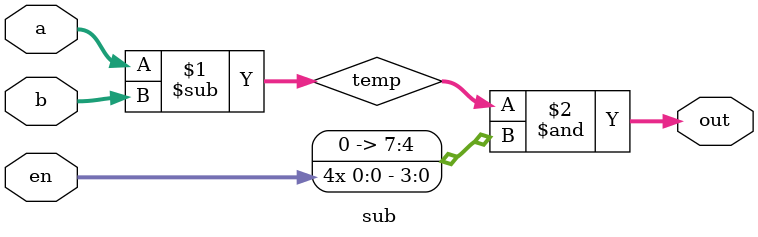
<source format=v>
`timescale 1ns / 1ps


module sub (input	en,	input	[3:0]	a,	input	[3:0]	b,	output[7:0]	out);
    
    wire [7:0] temp;  

   assign temp = a - b;

   assign out = temp & {4{en}}; 
   
   endmodule

</source>
